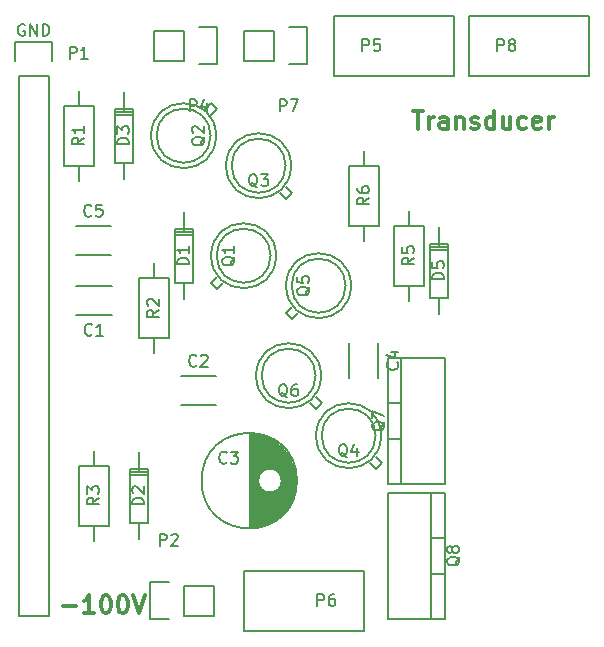
<source format=gto>
G04 #@! TF.FileFunction,Legend,Top*
%FSLAX46Y46*%
G04 Gerber Fmt 4.6, Leading zero omitted, Abs format (unit mm)*
G04 Created by KiCad (PCBNEW 4.0.4+e1-6308~48~ubuntu16.04.1-stable) date Thu Dec  1 19:25:44 2016*
%MOMM*%
%LPD*%
G01*
G04 APERTURE LIST*
%ADD10C,0.100000*%
%ADD11C,0.300000*%
%ADD12C,0.150000*%
G04 APERTURE END LIST*
D10*
D11*
X74045715Y-85538571D02*
X74902858Y-85538571D01*
X74474287Y-87038571D02*
X74474287Y-85538571D01*
X75402858Y-87038571D02*
X75402858Y-86038571D01*
X75402858Y-86324286D02*
X75474286Y-86181429D01*
X75545715Y-86110000D01*
X75688572Y-86038571D01*
X75831429Y-86038571D01*
X76974286Y-87038571D02*
X76974286Y-86252857D01*
X76902857Y-86110000D01*
X76760000Y-86038571D01*
X76474286Y-86038571D01*
X76331429Y-86110000D01*
X76974286Y-86967143D02*
X76831429Y-87038571D01*
X76474286Y-87038571D01*
X76331429Y-86967143D01*
X76260000Y-86824286D01*
X76260000Y-86681429D01*
X76331429Y-86538571D01*
X76474286Y-86467143D01*
X76831429Y-86467143D01*
X76974286Y-86395714D01*
X77688572Y-86038571D02*
X77688572Y-87038571D01*
X77688572Y-86181429D02*
X77760000Y-86110000D01*
X77902858Y-86038571D01*
X78117143Y-86038571D01*
X78260000Y-86110000D01*
X78331429Y-86252857D01*
X78331429Y-87038571D01*
X78974286Y-86967143D02*
X79117143Y-87038571D01*
X79402858Y-87038571D01*
X79545715Y-86967143D01*
X79617143Y-86824286D01*
X79617143Y-86752857D01*
X79545715Y-86610000D01*
X79402858Y-86538571D01*
X79188572Y-86538571D01*
X79045715Y-86467143D01*
X78974286Y-86324286D01*
X78974286Y-86252857D01*
X79045715Y-86110000D01*
X79188572Y-86038571D01*
X79402858Y-86038571D01*
X79545715Y-86110000D01*
X80902858Y-87038571D02*
X80902858Y-85538571D01*
X80902858Y-86967143D02*
X80760001Y-87038571D01*
X80474287Y-87038571D01*
X80331429Y-86967143D01*
X80260001Y-86895714D01*
X80188572Y-86752857D01*
X80188572Y-86324286D01*
X80260001Y-86181429D01*
X80331429Y-86110000D01*
X80474287Y-86038571D01*
X80760001Y-86038571D01*
X80902858Y-86110000D01*
X82260001Y-86038571D02*
X82260001Y-87038571D01*
X81617144Y-86038571D02*
X81617144Y-86824286D01*
X81688572Y-86967143D01*
X81831430Y-87038571D01*
X82045715Y-87038571D01*
X82188572Y-86967143D01*
X82260001Y-86895714D01*
X83617144Y-86967143D02*
X83474287Y-87038571D01*
X83188573Y-87038571D01*
X83045715Y-86967143D01*
X82974287Y-86895714D01*
X82902858Y-86752857D01*
X82902858Y-86324286D01*
X82974287Y-86181429D01*
X83045715Y-86110000D01*
X83188573Y-86038571D01*
X83474287Y-86038571D01*
X83617144Y-86110000D01*
X84831429Y-86967143D02*
X84688572Y-87038571D01*
X84402858Y-87038571D01*
X84260001Y-86967143D01*
X84188572Y-86824286D01*
X84188572Y-86252857D01*
X84260001Y-86110000D01*
X84402858Y-86038571D01*
X84688572Y-86038571D01*
X84831429Y-86110000D01*
X84902858Y-86252857D01*
X84902858Y-86395714D01*
X84188572Y-86538571D01*
X85545715Y-87038571D02*
X85545715Y-86038571D01*
X85545715Y-86324286D02*
X85617143Y-86181429D01*
X85688572Y-86110000D01*
X85831429Y-86038571D01*
X85974286Y-86038571D01*
X44394858Y-127488143D02*
X45537715Y-127488143D01*
X47037715Y-128059571D02*
X46180572Y-128059571D01*
X46609144Y-128059571D02*
X46609144Y-126559571D01*
X46466287Y-126773857D01*
X46323429Y-126916714D01*
X46180572Y-126988143D01*
X47966286Y-126559571D02*
X48109143Y-126559571D01*
X48252000Y-126631000D01*
X48323429Y-126702429D01*
X48394858Y-126845286D01*
X48466286Y-127131000D01*
X48466286Y-127488143D01*
X48394858Y-127773857D01*
X48323429Y-127916714D01*
X48252000Y-127988143D01*
X48109143Y-128059571D01*
X47966286Y-128059571D01*
X47823429Y-127988143D01*
X47752000Y-127916714D01*
X47680572Y-127773857D01*
X47609143Y-127488143D01*
X47609143Y-127131000D01*
X47680572Y-126845286D01*
X47752000Y-126702429D01*
X47823429Y-126631000D01*
X47966286Y-126559571D01*
X49394857Y-126559571D02*
X49537714Y-126559571D01*
X49680571Y-126631000D01*
X49752000Y-126702429D01*
X49823429Y-126845286D01*
X49894857Y-127131000D01*
X49894857Y-127488143D01*
X49823429Y-127773857D01*
X49752000Y-127916714D01*
X49680571Y-127988143D01*
X49537714Y-128059571D01*
X49394857Y-128059571D01*
X49252000Y-127988143D01*
X49180571Y-127916714D01*
X49109143Y-127773857D01*
X49037714Y-127488143D01*
X49037714Y-127131000D01*
X49109143Y-126845286D01*
X49180571Y-126702429D01*
X49252000Y-126631000D01*
X49394857Y-126559571D01*
X50323428Y-126559571D02*
X50823428Y-128059571D01*
X51323428Y-126559571D01*
D12*
X77470000Y-82550000D02*
X67310000Y-82550000D01*
X67310000Y-82550000D02*
X67310000Y-77470000D01*
X67310000Y-77470000D02*
X77470000Y-77470000D01*
X77470000Y-77470000D02*
X77470000Y-82550000D01*
X59690000Y-124460000D02*
X69850000Y-124460000D01*
X69850000Y-124460000D02*
X69850000Y-129540000D01*
X69850000Y-129540000D02*
X59690000Y-129540000D01*
X59690000Y-129540000D02*
X59690000Y-124460000D01*
X88900000Y-82550000D02*
X78740000Y-82550000D01*
X78740000Y-82550000D02*
X78740000Y-77470000D01*
X78740000Y-77470000D02*
X88900000Y-77470000D01*
X88900000Y-77470000D02*
X88900000Y-82550000D01*
X40640000Y-82550000D02*
X40640000Y-128270000D01*
X40640000Y-128270000D02*
X43180000Y-128270000D01*
X43180000Y-128270000D02*
X43180000Y-82550000D01*
X40360000Y-79730000D02*
X40360000Y-81280000D01*
X40640000Y-82550000D02*
X43180000Y-82550000D01*
X43460000Y-81280000D02*
X43460000Y-79730000D01*
X43460000Y-79730000D02*
X40360000Y-79730000D01*
X71120000Y-90170000D02*
X71120000Y-95250000D01*
X71120000Y-95250000D02*
X68580000Y-95250000D01*
X68580000Y-95250000D02*
X68580000Y-90170000D01*
X68580000Y-90170000D02*
X71120000Y-90170000D01*
X69850000Y-90170000D02*
X69850000Y-88900000D01*
X69850000Y-95250000D02*
X69850000Y-96520000D01*
X74930000Y-95250000D02*
X74930000Y-100330000D01*
X74930000Y-100330000D02*
X72390000Y-100330000D01*
X72390000Y-100330000D02*
X72390000Y-95250000D01*
X72390000Y-95250000D02*
X74930000Y-95250000D01*
X73660000Y-95250000D02*
X73660000Y-93980000D01*
X73660000Y-100330000D02*
X73660000Y-101600000D01*
X48260000Y-115570000D02*
X48260000Y-120650000D01*
X48260000Y-120650000D02*
X45720000Y-120650000D01*
X45720000Y-120650000D02*
X45720000Y-115570000D01*
X45720000Y-115570000D02*
X48260000Y-115570000D01*
X46990000Y-115570000D02*
X46990000Y-114300000D01*
X46990000Y-120650000D02*
X46990000Y-121920000D01*
X50800000Y-104775000D02*
X50800000Y-99695000D01*
X50800000Y-99695000D02*
X53340000Y-99695000D01*
X53340000Y-99695000D02*
X53340000Y-104775000D01*
X53340000Y-104775000D02*
X50800000Y-104775000D01*
X52070000Y-104775000D02*
X52070000Y-106045000D01*
X52070000Y-99695000D02*
X52070000Y-98425000D01*
X46990000Y-85090000D02*
X46990000Y-90170000D01*
X46990000Y-90170000D02*
X44450000Y-90170000D01*
X44450000Y-90170000D02*
X44450000Y-85090000D01*
X44450000Y-85090000D02*
X46990000Y-85090000D01*
X45720000Y-85090000D02*
X45720000Y-83820000D01*
X45720000Y-90170000D02*
X45720000Y-91440000D01*
X50802540Y-120396520D02*
X50802540Y-121793520D01*
X50802540Y-115951520D02*
X50802540Y-114427520D01*
X51564540Y-116332520D02*
X50040540Y-116332520D01*
X51564540Y-116078520D02*
X50040540Y-116078520D01*
X50802540Y-115824520D02*
X50040540Y-115824520D01*
X50040540Y-115824520D02*
X50040540Y-120396520D01*
X50040540Y-120396520D02*
X51564540Y-120396520D01*
X51564540Y-120396520D02*
X51564540Y-115824520D01*
X51564540Y-115824520D02*
X50802540Y-115824520D01*
X76202540Y-101346520D02*
X76202540Y-102743520D01*
X76202540Y-96901520D02*
X76202540Y-95377520D01*
X76964540Y-97282520D02*
X75440540Y-97282520D01*
X76964540Y-97028520D02*
X75440540Y-97028520D01*
X76202540Y-96774520D02*
X75440540Y-96774520D01*
X75440540Y-96774520D02*
X75440540Y-101346520D01*
X75440540Y-101346520D02*
X76964540Y-101346520D01*
X76964540Y-101346520D02*
X76964540Y-96774520D01*
X76964540Y-96774520D02*
X76202540Y-96774520D01*
X49532540Y-89916520D02*
X49532540Y-91313520D01*
X49532540Y-85471520D02*
X49532540Y-83947520D01*
X50294540Y-85852520D02*
X48770540Y-85852520D01*
X50294540Y-85598520D02*
X48770540Y-85598520D01*
X49532540Y-85344520D02*
X48770540Y-85344520D01*
X48770540Y-85344520D02*
X48770540Y-89916520D01*
X48770540Y-89916520D02*
X50294540Y-89916520D01*
X50294540Y-89916520D02*
X50294540Y-85344520D01*
X50294540Y-85344520D02*
X49532540Y-85344520D01*
X54612540Y-100076520D02*
X54612540Y-101473520D01*
X54612540Y-95631520D02*
X54612540Y-94107520D01*
X55374540Y-96012520D02*
X53850540Y-96012520D01*
X55374540Y-95758520D02*
X53850540Y-95758520D01*
X54612540Y-95504520D02*
X53850540Y-95504520D01*
X53850540Y-95504520D02*
X53850540Y-100076520D01*
X53850540Y-100076520D02*
X55374540Y-100076520D01*
X55374540Y-100076520D02*
X55374540Y-95504520D01*
X55374540Y-95504520D02*
X54612540Y-95504520D01*
X66294000Y-110236000D02*
X65786000Y-109728000D01*
X65278000Y-110236000D02*
X65786000Y-110744000D01*
X65786000Y-110744000D02*
X66294000Y-110236000D01*
X65786000Y-107950000D02*
G75*
G03X65786000Y-107950000I-2286000J0D01*
G01*
X66250000Y-107950000D02*
G75*
G03X66250000Y-107950000I-2750000J0D01*
G01*
X63754000Y-103124000D02*
X64262000Y-102616000D01*
X63754000Y-102108000D02*
X63246000Y-102616000D01*
X63246000Y-102616000D02*
X63754000Y-103124000D01*
X68326000Y-100330000D02*
G75*
G03X68326000Y-100330000I-2286000J0D01*
G01*
X68790000Y-100330000D02*
G75*
G03X68790000Y-100330000I-2750000J0D01*
G01*
X71374000Y-115316000D02*
X70866000Y-114808000D01*
X70358000Y-115316000D02*
X70866000Y-115824000D01*
X70866000Y-115824000D02*
X71374000Y-115316000D01*
X70866000Y-113030000D02*
G75*
G03X70866000Y-113030000I-2286000J0D01*
G01*
X71330000Y-113030000D02*
G75*
G03X71330000Y-113030000I-2750000J0D01*
G01*
X63754000Y-92456000D02*
X63246000Y-91948000D01*
X62738000Y-92456000D02*
X63246000Y-92964000D01*
X63246000Y-92964000D02*
X63754000Y-92456000D01*
X63246000Y-90170000D02*
G75*
G03X63246000Y-90170000I-2286000J0D01*
G01*
X63710000Y-90170000D02*
G75*
G03X63710000Y-90170000I-2750000J0D01*
G01*
X56896000Y-84836000D02*
X56388000Y-85344000D01*
X56896000Y-85852000D02*
X57404000Y-85344000D01*
X57404000Y-85344000D02*
X56896000Y-84836000D01*
X56896000Y-87630000D02*
G75*
G03X56896000Y-87630000I-2286000J0D01*
G01*
X57360000Y-87630000D02*
G75*
G03X57360000Y-87630000I-2750000J0D01*
G01*
X57404000Y-100584000D02*
X57912000Y-100076000D01*
X57404000Y-99568000D02*
X56896000Y-100076000D01*
X56896000Y-100076000D02*
X57404000Y-100584000D01*
X61976000Y-97790000D02*
G75*
G03X61976000Y-97790000I-2286000J0D01*
G01*
X62440000Y-97790000D02*
G75*
G03X62440000Y-97790000I-2750000J0D01*
G01*
X48510000Y-102850000D02*
X45510000Y-102850000D01*
X45510000Y-100350000D02*
X48510000Y-100350000D01*
X54360000Y-107970000D02*
X57360000Y-107970000D01*
X57360000Y-110470000D02*
X54360000Y-110470000D01*
X60245000Y-112841000D02*
X60245000Y-120839000D01*
X60385000Y-112846000D02*
X60385000Y-120834000D01*
X60525000Y-112856000D02*
X60525000Y-120824000D01*
X60665000Y-112871000D02*
X60665000Y-120809000D01*
X60805000Y-112891000D02*
X60805000Y-120789000D01*
X60945000Y-112916000D02*
X60945000Y-116618000D01*
X60945000Y-117062000D02*
X60945000Y-120764000D01*
X61085000Y-112946000D02*
X61085000Y-116290000D01*
X61085000Y-117390000D02*
X61085000Y-120734000D01*
X61225000Y-112982000D02*
X61225000Y-116121000D01*
X61225000Y-117559000D02*
X61225000Y-120698000D01*
X61365000Y-113023000D02*
X61365000Y-116008000D01*
X61365000Y-117672000D02*
X61365000Y-120657000D01*
X61505000Y-113069000D02*
X61505000Y-115930000D01*
X61505000Y-117750000D02*
X61505000Y-120611000D01*
X61645000Y-113122000D02*
X61645000Y-115879000D01*
X61645000Y-117801000D02*
X61645000Y-120558000D01*
X61785000Y-113181000D02*
X61785000Y-115849000D01*
X61785000Y-117831000D02*
X61785000Y-120499000D01*
X61925000Y-113246000D02*
X61925000Y-115840000D01*
X61925000Y-117840000D02*
X61925000Y-120434000D01*
X62065000Y-113317000D02*
X62065000Y-115851000D01*
X62065000Y-117829000D02*
X62065000Y-120363000D01*
X62205000Y-113396000D02*
X62205000Y-115881000D01*
X62205000Y-117799000D02*
X62205000Y-120284000D01*
X62345000Y-113483000D02*
X62345000Y-115935000D01*
X62345000Y-117745000D02*
X62345000Y-120197000D01*
X62485000Y-113578000D02*
X62485000Y-116015000D01*
X62485000Y-117665000D02*
X62485000Y-120102000D01*
X62625000Y-113682000D02*
X62625000Y-116131000D01*
X62625000Y-117549000D02*
X62625000Y-119998000D01*
X62765000Y-113796000D02*
X62765000Y-116305000D01*
X62765000Y-117375000D02*
X62765000Y-119884000D01*
X62905000Y-113921000D02*
X62905000Y-116667000D01*
X62905000Y-117013000D02*
X62905000Y-119759000D01*
X63045000Y-114059000D02*
X63045000Y-119621000D01*
X63185000Y-114211000D02*
X63185000Y-119469000D01*
X63325000Y-114381000D02*
X63325000Y-119299000D01*
X63465000Y-114572000D02*
X63465000Y-119108000D01*
X63605000Y-114790000D02*
X63605000Y-118890000D01*
X63745000Y-115046000D02*
X63745000Y-118634000D01*
X63885000Y-115357000D02*
X63885000Y-118323000D01*
X64025000Y-115773000D02*
X64025000Y-117907000D01*
X64165000Y-116640000D02*
X64165000Y-117040000D01*
X62920000Y-116840000D02*
G75*
G03X62920000Y-116840000I-1000000J0D01*
G01*
X64207500Y-116840000D02*
G75*
G03X64207500Y-116840000I-4037500J0D01*
G01*
X71100000Y-105160000D02*
X71100000Y-108160000D01*
X68600000Y-108160000D02*
X68600000Y-105160000D01*
X45470000Y-95270000D02*
X48470000Y-95270000D01*
X48470000Y-97770000D02*
X45470000Y-97770000D01*
X51790000Y-128550000D02*
X53340000Y-128550000D01*
X57150000Y-128270000D02*
X54610000Y-128270000D01*
X54610000Y-128270000D02*
X54610000Y-125730000D01*
X53340000Y-125450000D02*
X51790000Y-125450000D01*
X51790000Y-125450000D02*
X51790000Y-128550000D01*
X54610000Y-125730000D02*
X57150000Y-125730000D01*
X57150000Y-125730000D02*
X57150000Y-128270000D01*
X57430000Y-78460000D02*
X55880000Y-78460000D01*
X52070000Y-78740000D02*
X54610000Y-78740000D01*
X54610000Y-78740000D02*
X54610000Y-81280000D01*
X55880000Y-81560000D02*
X57430000Y-81560000D01*
X57430000Y-81560000D02*
X57430000Y-78460000D01*
X54610000Y-81280000D02*
X52070000Y-81280000D01*
X52070000Y-81280000D02*
X52070000Y-78740000D01*
X65050000Y-78460000D02*
X63500000Y-78460000D01*
X59690000Y-78740000D02*
X62230000Y-78740000D01*
X62230000Y-78740000D02*
X62230000Y-81280000D01*
X63500000Y-81560000D02*
X65050000Y-81560000D01*
X65050000Y-81560000D02*
X65050000Y-78460000D01*
X62230000Y-81280000D02*
X59690000Y-81280000D01*
X59690000Y-81280000D02*
X59690000Y-78740000D01*
X71882000Y-113284000D02*
X73025000Y-113284000D01*
X71882000Y-110236000D02*
X73025000Y-110236000D01*
X73025000Y-106426000D02*
X76708000Y-106426000D01*
X76708000Y-106426000D02*
X76708000Y-117094000D01*
X76708000Y-117094000D02*
X73025000Y-117094000D01*
X71882000Y-106426000D02*
X73025000Y-106426000D01*
X73025000Y-106426000D02*
X73025000Y-117094000D01*
X73025000Y-117094000D02*
X71882000Y-117094000D01*
X71882000Y-111760000D02*
X71882000Y-117094000D01*
X71882000Y-111760000D02*
X71882000Y-106426000D01*
X76708000Y-121666000D02*
X75565000Y-121666000D01*
X76708000Y-124714000D02*
X75565000Y-124714000D01*
X75565000Y-128524000D02*
X71882000Y-128524000D01*
X71882000Y-128524000D02*
X71882000Y-117856000D01*
X71882000Y-117856000D02*
X75565000Y-117856000D01*
X76708000Y-128524000D02*
X75565000Y-128524000D01*
X75565000Y-128524000D02*
X75565000Y-117856000D01*
X75565000Y-117856000D02*
X76708000Y-117856000D01*
X76708000Y-123190000D02*
X76708000Y-117856000D01*
X76708000Y-123190000D02*
X76708000Y-128524000D01*
X69746905Y-80462381D02*
X69746905Y-79462381D01*
X70127858Y-79462381D01*
X70223096Y-79510000D01*
X70270715Y-79557619D01*
X70318334Y-79652857D01*
X70318334Y-79795714D01*
X70270715Y-79890952D01*
X70223096Y-79938571D01*
X70127858Y-79986190D01*
X69746905Y-79986190D01*
X71223096Y-79462381D02*
X70746905Y-79462381D01*
X70699286Y-79938571D01*
X70746905Y-79890952D01*
X70842143Y-79843333D01*
X71080239Y-79843333D01*
X71175477Y-79890952D01*
X71223096Y-79938571D01*
X71270715Y-80033810D01*
X71270715Y-80271905D01*
X71223096Y-80367143D01*
X71175477Y-80414762D01*
X71080239Y-80462381D01*
X70842143Y-80462381D01*
X70746905Y-80414762D01*
X70699286Y-80367143D01*
X65936905Y-127452381D02*
X65936905Y-126452381D01*
X66317858Y-126452381D01*
X66413096Y-126500000D01*
X66460715Y-126547619D01*
X66508334Y-126642857D01*
X66508334Y-126785714D01*
X66460715Y-126880952D01*
X66413096Y-126928571D01*
X66317858Y-126976190D01*
X65936905Y-126976190D01*
X67365477Y-126452381D02*
X67175000Y-126452381D01*
X67079762Y-126500000D01*
X67032143Y-126547619D01*
X66936905Y-126690476D01*
X66889286Y-126880952D01*
X66889286Y-127261905D01*
X66936905Y-127357143D01*
X66984524Y-127404762D01*
X67079762Y-127452381D01*
X67270239Y-127452381D01*
X67365477Y-127404762D01*
X67413096Y-127357143D01*
X67460715Y-127261905D01*
X67460715Y-127023810D01*
X67413096Y-126928571D01*
X67365477Y-126880952D01*
X67270239Y-126833333D01*
X67079762Y-126833333D01*
X66984524Y-126880952D01*
X66936905Y-126928571D01*
X66889286Y-127023810D01*
X81176905Y-80462381D02*
X81176905Y-79462381D01*
X81557858Y-79462381D01*
X81653096Y-79510000D01*
X81700715Y-79557619D01*
X81748334Y-79652857D01*
X81748334Y-79795714D01*
X81700715Y-79890952D01*
X81653096Y-79938571D01*
X81557858Y-79986190D01*
X81176905Y-79986190D01*
X82319762Y-79890952D02*
X82224524Y-79843333D01*
X82176905Y-79795714D01*
X82129286Y-79700476D01*
X82129286Y-79652857D01*
X82176905Y-79557619D01*
X82224524Y-79510000D01*
X82319762Y-79462381D01*
X82510239Y-79462381D01*
X82605477Y-79510000D01*
X82653096Y-79557619D01*
X82700715Y-79652857D01*
X82700715Y-79700476D01*
X82653096Y-79795714D01*
X82605477Y-79843333D01*
X82510239Y-79890952D01*
X82319762Y-79890952D01*
X82224524Y-79938571D01*
X82176905Y-79986190D01*
X82129286Y-80081429D01*
X82129286Y-80271905D01*
X82176905Y-80367143D01*
X82224524Y-80414762D01*
X82319762Y-80462381D01*
X82510239Y-80462381D01*
X82605477Y-80414762D01*
X82653096Y-80367143D01*
X82700715Y-80271905D01*
X82700715Y-80081429D01*
X82653096Y-79986190D01*
X82605477Y-79938571D01*
X82510239Y-79890952D01*
X44981905Y-81097381D02*
X44981905Y-80097381D01*
X45362858Y-80097381D01*
X45458096Y-80145000D01*
X45505715Y-80192619D01*
X45553334Y-80287857D01*
X45553334Y-80430714D01*
X45505715Y-80525952D01*
X45458096Y-80573571D01*
X45362858Y-80621190D01*
X44981905Y-80621190D01*
X46505715Y-81097381D02*
X45934286Y-81097381D01*
X46220000Y-81097381D02*
X46220000Y-80097381D01*
X46124762Y-80240238D01*
X46029524Y-80335476D01*
X45934286Y-80383095D01*
X41148096Y-78240000D02*
X41052858Y-78192381D01*
X40910001Y-78192381D01*
X40767143Y-78240000D01*
X40671905Y-78335238D01*
X40624286Y-78430476D01*
X40576667Y-78620952D01*
X40576667Y-78763810D01*
X40624286Y-78954286D01*
X40671905Y-79049524D01*
X40767143Y-79144762D01*
X40910001Y-79192381D01*
X41005239Y-79192381D01*
X41148096Y-79144762D01*
X41195715Y-79097143D01*
X41195715Y-78763810D01*
X41005239Y-78763810D01*
X41624286Y-79192381D02*
X41624286Y-78192381D01*
X42195715Y-79192381D01*
X42195715Y-78192381D01*
X42671905Y-79192381D02*
X42671905Y-78192381D01*
X42910000Y-78192381D01*
X43052858Y-78240000D01*
X43148096Y-78335238D01*
X43195715Y-78430476D01*
X43243334Y-78620952D01*
X43243334Y-78763810D01*
X43195715Y-78954286D01*
X43148096Y-79049524D01*
X43052858Y-79144762D01*
X42910000Y-79192381D01*
X42671905Y-79192381D01*
X70302381Y-92876666D02*
X69826190Y-93210000D01*
X70302381Y-93448095D02*
X69302381Y-93448095D01*
X69302381Y-93067142D01*
X69350000Y-92971904D01*
X69397619Y-92924285D01*
X69492857Y-92876666D01*
X69635714Y-92876666D01*
X69730952Y-92924285D01*
X69778571Y-92971904D01*
X69826190Y-93067142D01*
X69826190Y-93448095D01*
X69302381Y-92019523D02*
X69302381Y-92210000D01*
X69350000Y-92305238D01*
X69397619Y-92352857D01*
X69540476Y-92448095D01*
X69730952Y-92495714D01*
X70111905Y-92495714D01*
X70207143Y-92448095D01*
X70254762Y-92400476D01*
X70302381Y-92305238D01*
X70302381Y-92114761D01*
X70254762Y-92019523D01*
X70207143Y-91971904D01*
X70111905Y-91924285D01*
X69873810Y-91924285D01*
X69778571Y-91971904D01*
X69730952Y-92019523D01*
X69683333Y-92114761D01*
X69683333Y-92305238D01*
X69730952Y-92400476D01*
X69778571Y-92448095D01*
X69873810Y-92495714D01*
X74112381Y-97956666D02*
X73636190Y-98290000D01*
X74112381Y-98528095D02*
X73112381Y-98528095D01*
X73112381Y-98147142D01*
X73160000Y-98051904D01*
X73207619Y-98004285D01*
X73302857Y-97956666D01*
X73445714Y-97956666D01*
X73540952Y-98004285D01*
X73588571Y-98051904D01*
X73636190Y-98147142D01*
X73636190Y-98528095D01*
X73112381Y-97051904D02*
X73112381Y-97528095D01*
X73588571Y-97575714D01*
X73540952Y-97528095D01*
X73493333Y-97432857D01*
X73493333Y-97194761D01*
X73540952Y-97099523D01*
X73588571Y-97051904D01*
X73683810Y-97004285D01*
X73921905Y-97004285D01*
X74017143Y-97051904D01*
X74064762Y-97099523D01*
X74112381Y-97194761D01*
X74112381Y-97432857D01*
X74064762Y-97528095D01*
X74017143Y-97575714D01*
X47442381Y-118276666D02*
X46966190Y-118610000D01*
X47442381Y-118848095D02*
X46442381Y-118848095D01*
X46442381Y-118467142D01*
X46490000Y-118371904D01*
X46537619Y-118324285D01*
X46632857Y-118276666D01*
X46775714Y-118276666D01*
X46870952Y-118324285D01*
X46918571Y-118371904D01*
X46966190Y-118467142D01*
X46966190Y-118848095D01*
X46442381Y-117943333D02*
X46442381Y-117324285D01*
X46823333Y-117657619D01*
X46823333Y-117514761D01*
X46870952Y-117419523D01*
X46918571Y-117371904D01*
X47013810Y-117324285D01*
X47251905Y-117324285D01*
X47347143Y-117371904D01*
X47394762Y-117419523D01*
X47442381Y-117514761D01*
X47442381Y-117800476D01*
X47394762Y-117895714D01*
X47347143Y-117943333D01*
X52522381Y-102401666D02*
X52046190Y-102735000D01*
X52522381Y-102973095D02*
X51522381Y-102973095D01*
X51522381Y-102592142D01*
X51570000Y-102496904D01*
X51617619Y-102449285D01*
X51712857Y-102401666D01*
X51855714Y-102401666D01*
X51950952Y-102449285D01*
X51998571Y-102496904D01*
X52046190Y-102592142D01*
X52046190Y-102973095D01*
X51617619Y-102020714D02*
X51570000Y-101973095D01*
X51522381Y-101877857D01*
X51522381Y-101639761D01*
X51570000Y-101544523D01*
X51617619Y-101496904D01*
X51712857Y-101449285D01*
X51808095Y-101449285D01*
X51950952Y-101496904D01*
X52522381Y-102068333D01*
X52522381Y-101449285D01*
X46172381Y-87796666D02*
X45696190Y-88130000D01*
X46172381Y-88368095D02*
X45172381Y-88368095D01*
X45172381Y-87987142D01*
X45220000Y-87891904D01*
X45267619Y-87844285D01*
X45362857Y-87796666D01*
X45505714Y-87796666D01*
X45600952Y-87844285D01*
X45648571Y-87891904D01*
X45696190Y-87987142D01*
X45696190Y-88368095D01*
X46172381Y-86844285D02*
X46172381Y-87415714D01*
X46172381Y-87130000D02*
X45172381Y-87130000D01*
X45315238Y-87225238D01*
X45410476Y-87320476D01*
X45458095Y-87415714D01*
X51252381Y-118848095D02*
X50252381Y-118848095D01*
X50252381Y-118610000D01*
X50300000Y-118467142D01*
X50395238Y-118371904D01*
X50490476Y-118324285D01*
X50680952Y-118276666D01*
X50823810Y-118276666D01*
X51014286Y-118324285D01*
X51109524Y-118371904D01*
X51204762Y-118467142D01*
X51252381Y-118610000D01*
X51252381Y-118848095D01*
X50347619Y-117895714D02*
X50300000Y-117848095D01*
X50252381Y-117752857D01*
X50252381Y-117514761D01*
X50300000Y-117419523D01*
X50347619Y-117371904D01*
X50442857Y-117324285D01*
X50538095Y-117324285D01*
X50680952Y-117371904D01*
X51252381Y-117943333D01*
X51252381Y-117324285D01*
X76652381Y-99798095D02*
X75652381Y-99798095D01*
X75652381Y-99560000D01*
X75700000Y-99417142D01*
X75795238Y-99321904D01*
X75890476Y-99274285D01*
X76080952Y-99226666D01*
X76223810Y-99226666D01*
X76414286Y-99274285D01*
X76509524Y-99321904D01*
X76604762Y-99417142D01*
X76652381Y-99560000D01*
X76652381Y-99798095D01*
X75652381Y-98321904D02*
X75652381Y-98798095D01*
X76128571Y-98845714D01*
X76080952Y-98798095D01*
X76033333Y-98702857D01*
X76033333Y-98464761D01*
X76080952Y-98369523D01*
X76128571Y-98321904D01*
X76223810Y-98274285D01*
X76461905Y-98274285D01*
X76557143Y-98321904D01*
X76604762Y-98369523D01*
X76652381Y-98464761D01*
X76652381Y-98702857D01*
X76604762Y-98798095D01*
X76557143Y-98845714D01*
X49982381Y-88368095D02*
X48982381Y-88368095D01*
X48982381Y-88130000D01*
X49030000Y-87987142D01*
X49125238Y-87891904D01*
X49220476Y-87844285D01*
X49410952Y-87796666D01*
X49553810Y-87796666D01*
X49744286Y-87844285D01*
X49839524Y-87891904D01*
X49934762Y-87987142D01*
X49982381Y-88130000D01*
X49982381Y-88368095D01*
X48982381Y-87463333D02*
X48982381Y-86844285D01*
X49363333Y-87177619D01*
X49363333Y-87034761D01*
X49410952Y-86939523D01*
X49458571Y-86891904D01*
X49553810Y-86844285D01*
X49791905Y-86844285D01*
X49887143Y-86891904D01*
X49934762Y-86939523D01*
X49982381Y-87034761D01*
X49982381Y-87320476D01*
X49934762Y-87415714D01*
X49887143Y-87463333D01*
X55062381Y-98528095D02*
X54062381Y-98528095D01*
X54062381Y-98290000D01*
X54110000Y-98147142D01*
X54205238Y-98051904D01*
X54300476Y-98004285D01*
X54490952Y-97956666D01*
X54633810Y-97956666D01*
X54824286Y-98004285D01*
X54919524Y-98051904D01*
X55014762Y-98147142D01*
X55062381Y-98290000D01*
X55062381Y-98528095D01*
X55062381Y-97004285D02*
X55062381Y-97575714D01*
X55062381Y-97290000D02*
X54062381Y-97290000D01*
X54205238Y-97385238D01*
X54300476Y-97480476D01*
X54348095Y-97575714D01*
X63404762Y-109767619D02*
X63309524Y-109720000D01*
X63214286Y-109624762D01*
X63071429Y-109481905D01*
X62976190Y-109434286D01*
X62880952Y-109434286D01*
X62928571Y-109672381D02*
X62833333Y-109624762D01*
X62738095Y-109529524D01*
X62690476Y-109339048D01*
X62690476Y-109005714D01*
X62738095Y-108815238D01*
X62833333Y-108720000D01*
X62928571Y-108672381D01*
X63119048Y-108672381D01*
X63214286Y-108720000D01*
X63309524Y-108815238D01*
X63357143Y-109005714D01*
X63357143Y-109339048D01*
X63309524Y-109529524D01*
X63214286Y-109624762D01*
X63119048Y-109672381D01*
X62928571Y-109672381D01*
X64214286Y-108672381D02*
X64023809Y-108672381D01*
X63928571Y-108720000D01*
X63880952Y-108767619D01*
X63785714Y-108910476D01*
X63738095Y-109100952D01*
X63738095Y-109481905D01*
X63785714Y-109577143D01*
X63833333Y-109624762D01*
X63928571Y-109672381D01*
X64119048Y-109672381D01*
X64214286Y-109624762D01*
X64261905Y-109577143D01*
X64309524Y-109481905D01*
X64309524Y-109243810D01*
X64261905Y-109148571D01*
X64214286Y-109100952D01*
X64119048Y-109053333D01*
X63928571Y-109053333D01*
X63833333Y-109100952D01*
X63785714Y-109148571D01*
X63738095Y-109243810D01*
X65317619Y-100425238D02*
X65270000Y-100520476D01*
X65174762Y-100615714D01*
X65031905Y-100758571D01*
X64984286Y-100853810D01*
X64984286Y-100949048D01*
X65222381Y-100901429D02*
X65174762Y-100996667D01*
X65079524Y-101091905D01*
X64889048Y-101139524D01*
X64555714Y-101139524D01*
X64365238Y-101091905D01*
X64270000Y-100996667D01*
X64222381Y-100901429D01*
X64222381Y-100710952D01*
X64270000Y-100615714D01*
X64365238Y-100520476D01*
X64555714Y-100472857D01*
X64889048Y-100472857D01*
X65079524Y-100520476D01*
X65174762Y-100615714D01*
X65222381Y-100710952D01*
X65222381Y-100901429D01*
X64222381Y-99568095D02*
X64222381Y-100044286D01*
X64698571Y-100091905D01*
X64650952Y-100044286D01*
X64603333Y-99949048D01*
X64603333Y-99710952D01*
X64650952Y-99615714D01*
X64698571Y-99568095D01*
X64793810Y-99520476D01*
X65031905Y-99520476D01*
X65127143Y-99568095D01*
X65174762Y-99615714D01*
X65222381Y-99710952D01*
X65222381Y-99949048D01*
X65174762Y-100044286D01*
X65127143Y-100091905D01*
X68484762Y-114847619D02*
X68389524Y-114800000D01*
X68294286Y-114704762D01*
X68151429Y-114561905D01*
X68056190Y-114514286D01*
X67960952Y-114514286D01*
X68008571Y-114752381D02*
X67913333Y-114704762D01*
X67818095Y-114609524D01*
X67770476Y-114419048D01*
X67770476Y-114085714D01*
X67818095Y-113895238D01*
X67913333Y-113800000D01*
X68008571Y-113752381D01*
X68199048Y-113752381D01*
X68294286Y-113800000D01*
X68389524Y-113895238D01*
X68437143Y-114085714D01*
X68437143Y-114419048D01*
X68389524Y-114609524D01*
X68294286Y-114704762D01*
X68199048Y-114752381D01*
X68008571Y-114752381D01*
X69294286Y-114085714D02*
X69294286Y-114752381D01*
X69056190Y-113704762D02*
X68818095Y-114419048D01*
X69437143Y-114419048D01*
X60864762Y-91987619D02*
X60769524Y-91940000D01*
X60674286Y-91844762D01*
X60531429Y-91701905D01*
X60436190Y-91654286D01*
X60340952Y-91654286D01*
X60388571Y-91892381D02*
X60293333Y-91844762D01*
X60198095Y-91749524D01*
X60150476Y-91559048D01*
X60150476Y-91225714D01*
X60198095Y-91035238D01*
X60293333Y-90940000D01*
X60388571Y-90892381D01*
X60579048Y-90892381D01*
X60674286Y-90940000D01*
X60769524Y-91035238D01*
X60817143Y-91225714D01*
X60817143Y-91559048D01*
X60769524Y-91749524D01*
X60674286Y-91844762D01*
X60579048Y-91892381D01*
X60388571Y-91892381D01*
X61150476Y-90892381D02*
X61769524Y-90892381D01*
X61436190Y-91273333D01*
X61579048Y-91273333D01*
X61674286Y-91320952D01*
X61721905Y-91368571D01*
X61769524Y-91463810D01*
X61769524Y-91701905D01*
X61721905Y-91797143D01*
X61674286Y-91844762D01*
X61579048Y-91892381D01*
X61293333Y-91892381D01*
X61198095Y-91844762D01*
X61150476Y-91797143D01*
X56427619Y-87725238D02*
X56380000Y-87820476D01*
X56284762Y-87915714D01*
X56141905Y-88058571D01*
X56094286Y-88153810D01*
X56094286Y-88249048D01*
X56332381Y-88201429D02*
X56284762Y-88296667D01*
X56189524Y-88391905D01*
X55999048Y-88439524D01*
X55665714Y-88439524D01*
X55475238Y-88391905D01*
X55380000Y-88296667D01*
X55332381Y-88201429D01*
X55332381Y-88010952D01*
X55380000Y-87915714D01*
X55475238Y-87820476D01*
X55665714Y-87772857D01*
X55999048Y-87772857D01*
X56189524Y-87820476D01*
X56284762Y-87915714D01*
X56332381Y-88010952D01*
X56332381Y-88201429D01*
X55427619Y-87391905D02*
X55380000Y-87344286D01*
X55332381Y-87249048D01*
X55332381Y-87010952D01*
X55380000Y-86915714D01*
X55427619Y-86868095D01*
X55522857Y-86820476D01*
X55618095Y-86820476D01*
X55760952Y-86868095D01*
X56332381Y-87439524D01*
X56332381Y-86820476D01*
X58967619Y-97885238D02*
X58920000Y-97980476D01*
X58824762Y-98075714D01*
X58681905Y-98218571D01*
X58634286Y-98313810D01*
X58634286Y-98409048D01*
X58872381Y-98361429D02*
X58824762Y-98456667D01*
X58729524Y-98551905D01*
X58539048Y-98599524D01*
X58205714Y-98599524D01*
X58015238Y-98551905D01*
X57920000Y-98456667D01*
X57872381Y-98361429D01*
X57872381Y-98170952D01*
X57920000Y-98075714D01*
X58015238Y-97980476D01*
X58205714Y-97932857D01*
X58539048Y-97932857D01*
X58729524Y-97980476D01*
X58824762Y-98075714D01*
X58872381Y-98170952D01*
X58872381Y-98361429D01*
X58872381Y-96980476D02*
X58872381Y-97551905D01*
X58872381Y-97266191D02*
X57872381Y-97266191D01*
X58015238Y-97361429D01*
X58110476Y-97456667D01*
X58158095Y-97551905D01*
X46843334Y-104457143D02*
X46795715Y-104504762D01*
X46652858Y-104552381D01*
X46557620Y-104552381D01*
X46414762Y-104504762D01*
X46319524Y-104409524D01*
X46271905Y-104314286D01*
X46224286Y-104123810D01*
X46224286Y-103980952D01*
X46271905Y-103790476D01*
X46319524Y-103695238D01*
X46414762Y-103600000D01*
X46557620Y-103552381D01*
X46652858Y-103552381D01*
X46795715Y-103600000D01*
X46843334Y-103647619D01*
X47795715Y-104552381D02*
X47224286Y-104552381D01*
X47510000Y-104552381D02*
X47510000Y-103552381D01*
X47414762Y-103695238D01*
X47319524Y-103790476D01*
X47224286Y-103838095D01*
X55693334Y-107077143D02*
X55645715Y-107124762D01*
X55502858Y-107172381D01*
X55407620Y-107172381D01*
X55264762Y-107124762D01*
X55169524Y-107029524D01*
X55121905Y-106934286D01*
X55074286Y-106743810D01*
X55074286Y-106600952D01*
X55121905Y-106410476D01*
X55169524Y-106315238D01*
X55264762Y-106220000D01*
X55407620Y-106172381D01*
X55502858Y-106172381D01*
X55645715Y-106220000D01*
X55693334Y-106267619D01*
X56074286Y-106267619D02*
X56121905Y-106220000D01*
X56217143Y-106172381D01*
X56455239Y-106172381D01*
X56550477Y-106220000D01*
X56598096Y-106267619D01*
X56645715Y-106362857D01*
X56645715Y-106458095D01*
X56598096Y-106600952D01*
X56026667Y-107172381D01*
X56645715Y-107172381D01*
X58253334Y-115292143D02*
X58205715Y-115339762D01*
X58062858Y-115387381D01*
X57967620Y-115387381D01*
X57824762Y-115339762D01*
X57729524Y-115244524D01*
X57681905Y-115149286D01*
X57634286Y-114958810D01*
X57634286Y-114815952D01*
X57681905Y-114625476D01*
X57729524Y-114530238D01*
X57824762Y-114435000D01*
X57967620Y-114387381D01*
X58062858Y-114387381D01*
X58205715Y-114435000D01*
X58253334Y-114482619D01*
X58586667Y-114387381D02*
X59205715Y-114387381D01*
X58872381Y-114768333D01*
X59015239Y-114768333D01*
X59110477Y-114815952D01*
X59158096Y-114863571D01*
X59205715Y-114958810D01*
X59205715Y-115196905D01*
X59158096Y-115292143D01*
X59110477Y-115339762D01*
X59015239Y-115387381D01*
X58729524Y-115387381D01*
X58634286Y-115339762D01*
X58586667Y-115292143D01*
X72707143Y-106826666D02*
X72754762Y-106874285D01*
X72802381Y-107017142D01*
X72802381Y-107112380D01*
X72754762Y-107255238D01*
X72659524Y-107350476D01*
X72564286Y-107398095D01*
X72373810Y-107445714D01*
X72230952Y-107445714D01*
X72040476Y-107398095D01*
X71945238Y-107350476D01*
X71850000Y-107255238D01*
X71802381Y-107112380D01*
X71802381Y-107017142D01*
X71850000Y-106874285D01*
X71897619Y-106826666D01*
X72135714Y-105969523D02*
X72802381Y-105969523D01*
X71754762Y-106207619D02*
X72469048Y-106445714D01*
X72469048Y-105826666D01*
X46803334Y-94377143D02*
X46755715Y-94424762D01*
X46612858Y-94472381D01*
X46517620Y-94472381D01*
X46374762Y-94424762D01*
X46279524Y-94329524D01*
X46231905Y-94234286D01*
X46184286Y-94043810D01*
X46184286Y-93900952D01*
X46231905Y-93710476D01*
X46279524Y-93615238D01*
X46374762Y-93520000D01*
X46517620Y-93472381D01*
X46612858Y-93472381D01*
X46755715Y-93520000D01*
X46803334Y-93567619D01*
X47708096Y-93472381D02*
X47231905Y-93472381D01*
X47184286Y-93948571D01*
X47231905Y-93900952D01*
X47327143Y-93853333D01*
X47565239Y-93853333D01*
X47660477Y-93900952D01*
X47708096Y-93948571D01*
X47755715Y-94043810D01*
X47755715Y-94281905D01*
X47708096Y-94377143D01*
X47660477Y-94424762D01*
X47565239Y-94472381D01*
X47327143Y-94472381D01*
X47231905Y-94424762D01*
X47184286Y-94377143D01*
X52601905Y-122352381D02*
X52601905Y-121352381D01*
X52982858Y-121352381D01*
X53078096Y-121400000D01*
X53125715Y-121447619D01*
X53173334Y-121542857D01*
X53173334Y-121685714D01*
X53125715Y-121780952D01*
X53078096Y-121828571D01*
X52982858Y-121876190D01*
X52601905Y-121876190D01*
X53554286Y-121447619D02*
X53601905Y-121400000D01*
X53697143Y-121352381D01*
X53935239Y-121352381D01*
X54030477Y-121400000D01*
X54078096Y-121447619D01*
X54125715Y-121542857D01*
X54125715Y-121638095D01*
X54078096Y-121780952D01*
X53506667Y-122352381D01*
X54125715Y-122352381D01*
X55141905Y-85562381D02*
X55141905Y-84562381D01*
X55522858Y-84562381D01*
X55618096Y-84610000D01*
X55665715Y-84657619D01*
X55713334Y-84752857D01*
X55713334Y-84895714D01*
X55665715Y-84990952D01*
X55618096Y-85038571D01*
X55522858Y-85086190D01*
X55141905Y-85086190D01*
X56570477Y-84895714D02*
X56570477Y-85562381D01*
X56332381Y-84514762D02*
X56094286Y-85229048D01*
X56713334Y-85229048D01*
X62761905Y-85562381D02*
X62761905Y-84562381D01*
X63142858Y-84562381D01*
X63238096Y-84610000D01*
X63285715Y-84657619D01*
X63333334Y-84752857D01*
X63333334Y-84895714D01*
X63285715Y-84990952D01*
X63238096Y-85038571D01*
X63142858Y-85086190D01*
X62761905Y-85086190D01*
X63666667Y-84562381D02*
X64333334Y-84562381D01*
X63904762Y-85562381D01*
X71667619Y-111855238D02*
X71620000Y-111950476D01*
X71524762Y-112045714D01*
X71381905Y-112188571D01*
X71334286Y-112283810D01*
X71334286Y-112379048D01*
X71572381Y-112331429D02*
X71524762Y-112426667D01*
X71429524Y-112521905D01*
X71239048Y-112569524D01*
X70905714Y-112569524D01*
X70715238Y-112521905D01*
X70620000Y-112426667D01*
X70572381Y-112331429D01*
X70572381Y-112140952D01*
X70620000Y-112045714D01*
X70715238Y-111950476D01*
X70905714Y-111902857D01*
X71239048Y-111902857D01*
X71429524Y-111950476D01*
X71524762Y-112045714D01*
X71572381Y-112140952D01*
X71572381Y-112331429D01*
X70572381Y-111569524D02*
X70572381Y-110902857D01*
X71572381Y-111331429D01*
X78017619Y-123285238D02*
X77970000Y-123380476D01*
X77874762Y-123475714D01*
X77731905Y-123618571D01*
X77684286Y-123713810D01*
X77684286Y-123809048D01*
X77922381Y-123761429D02*
X77874762Y-123856667D01*
X77779524Y-123951905D01*
X77589048Y-123999524D01*
X77255714Y-123999524D01*
X77065238Y-123951905D01*
X76970000Y-123856667D01*
X76922381Y-123761429D01*
X76922381Y-123570952D01*
X76970000Y-123475714D01*
X77065238Y-123380476D01*
X77255714Y-123332857D01*
X77589048Y-123332857D01*
X77779524Y-123380476D01*
X77874762Y-123475714D01*
X77922381Y-123570952D01*
X77922381Y-123761429D01*
X77350952Y-122761429D02*
X77303333Y-122856667D01*
X77255714Y-122904286D01*
X77160476Y-122951905D01*
X77112857Y-122951905D01*
X77017619Y-122904286D01*
X76970000Y-122856667D01*
X76922381Y-122761429D01*
X76922381Y-122570952D01*
X76970000Y-122475714D01*
X77017619Y-122428095D01*
X77112857Y-122380476D01*
X77160476Y-122380476D01*
X77255714Y-122428095D01*
X77303333Y-122475714D01*
X77350952Y-122570952D01*
X77350952Y-122761429D01*
X77398571Y-122856667D01*
X77446190Y-122904286D01*
X77541429Y-122951905D01*
X77731905Y-122951905D01*
X77827143Y-122904286D01*
X77874762Y-122856667D01*
X77922381Y-122761429D01*
X77922381Y-122570952D01*
X77874762Y-122475714D01*
X77827143Y-122428095D01*
X77731905Y-122380476D01*
X77541429Y-122380476D01*
X77446190Y-122428095D01*
X77398571Y-122475714D01*
X77350952Y-122570952D01*
M02*

</source>
